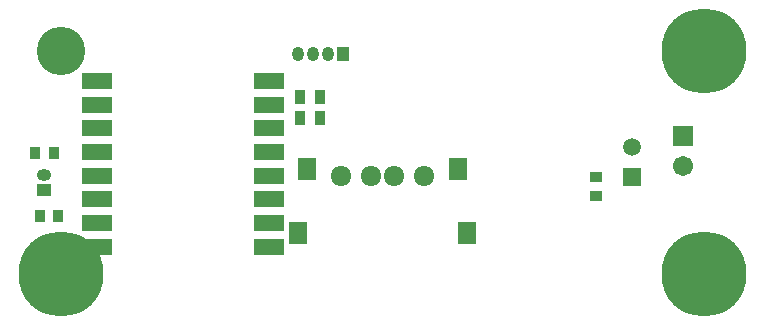
<source format=gbr>
%TF.GenerationSoftware,Altium Limited,Altium Designer,20.2.4 (192)*%
G04 Layer_Color=16711935*
%FSLAX26Y26*%
%MOIN*%
%TF.SameCoordinates,B9E39A9B-80F5-448B-9931-E6C99B6DF629*%
%TF.FilePolarity,Negative*%
%TF.FileFunction,Soldermask,Bot*%
%TF.Part,Single*%
G01*
G75*
%TA.AperFunction,ConnectorPad*%
%ADD57R,0.102488X0.057213*%
%TA.AperFunction,SMDPad,CuDef*%
%ADD58R,0.043433X0.035559*%
%ADD59R,0.035559X0.043433*%
%ADD60R,0.038000X0.046433*%
%TA.AperFunction,ComponentPad*%
%ADD61R,0.059181X0.059181*%
%ADD62C,0.059181*%
%TA.AperFunction,ViaPad*%
%ADD63C,0.161417*%
%TA.AperFunction,ComponentPad*%
%ADD64R,0.059181X0.076898*%
%ADD65O,0.067055X0.070992*%
%ADD66R,0.048000X0.039496*%
%ADD67O,0.048000X0.039496*%
%ADD68O,0.039496X0.048000*%
%ADD69R,0.039496X0.048000*%
%ADD70C,0.067055*%
%ADD71R,0.067055X0.067055*%
%TA.AperFunction,ViaPad*%
%ADD72C,0.283591*%
D57*
X276969Y248031D02*
D03*
Y326772D02*
D03*
Y405512D02*
D03*
Y484252D02*
D03*
Y562992D02*
D03*
Y641732D02*
D03*
Y720472D02*
D03*
Y799213D02*
D03*
X851772Y248031D02*
D03*
Y326772D02*
D03*
Y405512D02*
D03*
Y484252D02*
D03*
Y562992D02*
D03*
Y641732D02*
D03*
Y720472D02*
D03*
Y799213D02*
D03*
D58*
X1939961Y479338D02*
D03*
Y417527D02*
D03*
D59*
X87205Y351544D02*
D03*
X149016D02*
D03*
X133268Y558374D02*
D03*
X71457D02*
D03*
D60*
X1020095Y748032D02*
D03*
X956284D02*
D03*
X1020095Y677165D02*
D03*
X956284D02*
D03*
D61*
X2062008Y479528D02*
D03*
D62*
Y579528D02*
D03*
D63*
X157480Y901575D02*
D03*
D64*
X948819Y293307D02*
D03*
X1511811D02*
D03*
X1482284Y508268D02*
D03*
X978346D02*
D03*
D65*
X1368110Y483071D02*
D03*
X1269685D02*
D03*
X1190945D02*
D03*
X1092520D02*
D03*
D66*
X102362Y435630D02*
D03*
D67*
Y485630D02*
D03*
D68*
X948622Y888779D02*
D03*
X998622D02*
D03*
X1048622D02*
D03*
D69*
X1098622D02*
D03*
D70*
X2230314Y517913D02*
D03*
D71*
Y617913D02*
D03*
D72*
X2303150Y901575D02*
D03*
Y157480D02*
D03*
X157480D02*
D03*
%TF.MD5,0fae17654f8000056ecbff347f93f438*%
M02*

</source>
